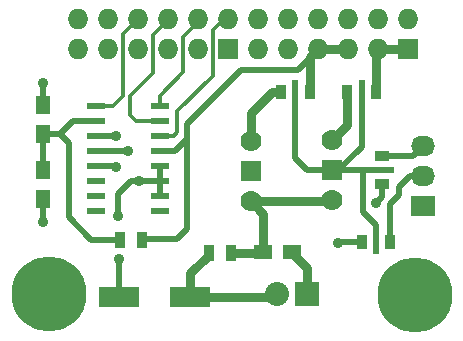
<source format=gtl>
%FSLAX46Y46*%
G04 Gerber Fmt 4.6, Leading zero omitted, Abs format (unit mm)*
G04 Created by KiCad (PCBNEW (2014-10-27 BZR 5228)-product) date 02/04/2015 10:02:40*
%MOMM*%
G01*
G04 APERTURE LIST*
%ADD10C,0.100000*%
%ADD11R,3.500120X1.800860*%
%ADD12R,0.889000X1.397000*%
%ADD13R,1.250000X1.500000*%
%ADD14R,1.500000X1.250000*%
%ADD15R,1.249680X0.899160*%
%ADD16R,1.998980X0.500380*%
%ADD17R,0.899160X1.249680*%
%ADD18R,0.500380X1.998980*%
%ADD19R,2.032000X2.032000*%
%ADD20O,2.032000X2.032000*%
%ADD21R,2.032000X1.727200*%
%ADD22O,2.032000X1.727200*%
%ADD23R,1.500000X0.600000*%
%ADD24R,1.727200X1.727200*%
%ADD25O,1.727200X1.727200*%
%ADD26C,1.778000*%
%ADD27R,1.778000X1.778000*%
%ADD28C,6.350000*%
%ADD29C,0.889000*%
%ADD30C,0.780000*%
%ADD31C,0.350000*%
%ADD32C,0.500000*%
G04 APERTURE END LIST*
D10*
D11*
X134500260Y-125800000D03*
X140499740Y-125800000D03*
D12*
X142047500Y-122100000D03*
X143952500Y-122100000D03*
X136452500Y-121000000D03*
X134547500Y-121000000D03*
D13*
X128000000Y-115050000D03*
X128000000Y-117550000D03*
X128000000Y-112050000D03*
X128000000Y-109550000D03*
D14*
X146650000Y-122000000D03*
X149150000Y-122000000D03*
D15*
X156700000Y-116298880D03*
X156700000Y-113901120D03*
D16*
X156700000Y-115100000D03*
D17*
X148201120Y-108500000D03*
X150598880Y-108500000D03*
D18*
X149400000Y-108500000D03*
D17*
X155001120Y-121200000D03*
X157398880Y-121200000D03*
D18*
X156200000Y-121200000D03*
D17*
X153801120Y-108500000D03*
X156198880Y-108500000D03*
D18*
X155000000Y-108500000D03*
D19*
X150400000Y-125600000D03*
D20*
X147860000Y-125600000D03*
D21*
X160200000Y-118100000D03*
D22*
X160200000Y-115560000D03*
X160200000Y-113020000D03*
D23*
X132500000Y-109655000D03*
X132500000Y-110925000D03*
X132500000Y-112195000D03*
X132500000Y-113465000D03*
X132500000Y-114735000D03*
X132500000Y-116005000D03*
X132500000Y-117275000D03*
X132500000Y-118545000D03*
X137900000Y-118545000D03*
X137900000Y-117275000D03*
X137900000Y-116005000D03*
X137900000Y-114735000D03*
X137900000Y-113465000D03*
X137900000Y-112195000D03*
X137900000Y-110925000D03*
X137900000Y-109655000D03*
D24*
X143700000Y-104800000D03*
D25*
X143700000Y-102260000D03*
X141160000Y-104800000D03*
X141160000Y-102260000D03*
X138620000Y-104800000D03*
X138620000Y-102260000D03*
X136080000Y-104800000D03*
X136080000Y-102260000D03*
X133540000Y-104800000D03*
X133540000Y-102260000D03*
X131000000Y-104800000D03*
X131000000Y-102260000D03*
D24*
X158900000Y-104800000D03*
D25*
X158900000Y-102260000D03*
X156360000Y-104800000D03*
X156360000Y-102260000D03*
X153820000Y-104800000D03*
X153820000Y-102260000D03*
X151280000Y-104800000D03*
X151280000Y-102260000D03*
X148740000Y-104800000D03*
X148740000Y-102260000D03*
X146200000Y-104800000D03*
X146200000Y-102260000D03*
D26*
X152500000Y-117640000D03*
D27*
X152500000Y-115100000D03*
D26*
X152500000Y-112560000D03*
X145600000Y-117740000D03*
D27*
X145600000Y-115200000D03*
D26*
X145600000Y-112660000D03*
D28*
X159500000Y-125700000D03*
X128500000Y-125600000D03*
D29*
X134500000Y-122600000D03*
X134200000Y-112200000D03*
X128000000Y-119500000D03*
X128000000Y-107700000D03*
X134400000Y-119000000D03*
X136200000Y-116000000D03*
X135200000Y-113500000D03*
X156200000Y-117900000D03*
X153000000Y-121300000D03*
X134200000Y-114800000D03*
D30*
X140499740Y-123800260D02*
X140499740Y-125800000D01*
X142047500Y-122252500D02*
X140499740Y-123800260D01*
D31*
X142047500Y-122100000D02*
X142047500Y-122252500D01*
X147660000Y-125800000D02*
X147860000Y-125600000D01*
D30*
X140499740Y-125800000D02*
X147660000Y-125800000D01*
D32*
X154900000Y-115100000D02*
X152500000Y-115100000D01*
X155100000Y-115100000D02*
X154900000Y-115100000D01*
X156700000Y-115100000D02*
X155100000Y-115100000D01*
X149400000Y-114100000D02*
X149400000Y-108500000D01*
X150400000Y-115100000D02*
X149400000Y-114100000D01*
X152500000Y-115100000D02*
X150400000Y-115100000D01*
X155000000Y-113100000D02*
X155000000Y-108500000D01*
X153000000Y-115100000D02*
X155000000Y-113100000D01*
D31*
X152500000Y-115100000D02*
X153000000Y-115100000D01*
D30*
X150400000Y-123400000D02*
X150400000Y-125600000D01*
X149150000Y-122150000D02*
X150400000Y-123400000D01*
D31*
X149150000Y-122000000D02*
X149150000Y-122150000D01*
D32*
X134500260Y-122600260D02*
X134500000Y-122600000D01*
X134500260Y-125800000D02*
X134500260Y-122600260D01*
X134195000Y-112195000D02*
X134200000Y-112200000D01*
X132500000Y-112195000D02*
X134195000Y-112195000D01*
X137900000Y-114735000D02*
X137900000Y-116005000D01*
X137900000Y-116005000D02*
X137900000Y-117275000D01*
X128000000Y-117550000D02*
X128000000Y-119500000D01*
X128000000Y-109550000D02*
X128000000Y-107700000D01*
D31*
X156300000Y-121100000D02*
X156200000Y-121200000D01*
X155100000Y-115200000D02*
X155100000Y-115100000D01*
X155100000Y-115100000D02*
X155100000Y-115200000D01*
D32*
X155100000Y-118600000D02*
X155100000Y-115100000D01*
X156200000Y-119700000D02*
X155100000Y-118600000D01*
X156200000Y-121200000D02*
X156200000Y-119700000D01*
X135500000Y-116000000D02*
X134400000Y-117100000D01*
X134400000Y-117100000D02*
X134400000Y-119000000D01*
X137900000Y-116005000D02*
X136205000Y-116005000D01*
X136205000Y-116005000D02*
X136200000Y-116000000D01*
X136200000Y-116000000D02*
X135500000Y-116000000D01*
X135165000Y-113465000D02*
X132500000Y-113465000D01*
X135200000Y-113500000D02*
X135165000Y-113465000D01*
X156700000Y-117400000D02*
X156200000Y-117900000D01*
X156700000Y-116298880D02*
X156700000Y-117400000D01*
D31*
X152400000Y-112660000D02*
X152500000Y-112560000D01*
D30*
X153801120Y-111258880D02*
X152500000Y-112560000D01*
X153801120Y-108500000D02*
X153801120Y-111258880D01*
D32*
X153100000Y-121200000D02*
X155001120Y-121200000D01*
X153000000Y-121300000D02*
X153100000Y-121200000D01*
X134135000Y-114735000D02*
X134200000Y-114800000D01*
X132500000Y-114735000D02*
X134135000Y-114735000D01*
D30*
X156360000Y-104800000D02*
X158900000Y-104800000D01*
D31*
X156198880Y-104961120D02*
X156360000Y-104800000D01*
D30*
X156198880Y-108500000D02*
X156198880Y-104961120D01*
X147400000Y-108500000D02*
X148201120Y-108500000D01*
X145600000Y-110300000D02*
X147400000Y-108500000D01*
X145600000Y-112660000D02*
X145600000Y-110300000D01*
X151280000Y-104800000D02*
X153820000Y-104800000D01*
X150598880Y-105481120D02*
X151280000Y-104800000D01*
X150598880Y-108500000D02*
X150598880Y-105481120D01*
D32*
X140200000Y-112500000D02*
X139235000Y-113465000D01*
X139235000Y-113465000D02*
X137900000Y-113465000D01*
X140200000Y-111200000D02*
X140200000Y-112500000D01*
X144800000Y-106600000D02*
X140200000Y-111200000D01*
X149600000Y-106600000D02*
X144800000Y-106600000D01*
X151280000Y-104920000D02*
X149600000Y-106600000D01*
D31*
X151280000Y-104800000D02*
X151280000Y-104920000D01*
X136552500Y-120900000D02*
X136452500Y-121000000D01*
D32*
X139400000Y-120900000D02*
X136552500Y-120900000D01*
X140200000Y-120100000D02*
X139400000Y-120900000D01*
X140200000Y-112500000D02*
X140200000Y-120100000D01*
D30*
X146650000Y-118790000D02*
X145600000Y-117740000D01*
X146650000Y-122000000D02*
X146650000Y-118790000D01*
D31*
X152400000Y-117740000D02*
X152500000Y-117640000D01*
D30*
X145600000Y-117740000D02*
X152400000Y-117740000D01*
D31*
X146550000Y-122100000D02*
X146650000Y-122000000D01*
D30*
X143952500Y-122100000D02*
X146550000Y-122100000D01*
D32*
X129450000Y-112050000D02*
X128000000Y-112050000D01*
X130600000Y-110925000D02*
X130575000Y-110925000D01*
X130575000Y-110925000D02*
X129450000Y-112050000D01*
X132500000Y-110925000D02*
X130600000Y-110925000D01*
X128000000Y-112050000D02*
X128000000Y-115050000D01*
X130200000Y-112800000D02*
X129450000Y-112050000D01*
X130200000Y-119100000D02*
X130200000Y-112800000D01*
X132100000Y-121000000D02*
X130200000Y-119100000D01*
X134547500Y-121000000D02*
X132100000Y-121000000D01*
X159318880Y-113901120D02*
X160200000Y-113020000D01*
X156700000Y-113901120D02*
X159318880Y-113901120D01*
X159140000Y-115560000D02*
X160200000Y-115560000D01*
X158200000Y-116500000D02*
X159140000Y-115560000D01*
X158200000Y-117200000D02*
X158200000Y-116500000D01*
X157398880Y-118001120D02*
X158200000Y-117200000D01*
X157398880Y-121200000D02*
X157398880Y-118001120D01*
D31*
X143700000Y-102260000D02*
X143340000Y-102260000D01*
X143340000Y-102260000D02*
X142400000Y-103200000D01*
X142400000Y-103200000D02*
X142400000Y-107100000D01*
X139105000Y-112195000D02*
X139400000Y-111900000D01*
X139400000Y-111900000D02*
X139400000Y-110100000D01*
X139400000Y-110100000D02*
X142400000Y-107100000D01*
X137900000Y-112195000D02*
X139105000Y-112195000D01*
X137900000Y-109655000D02*
X137900000Y-108800000D01*
X137900000Y-108800000D02*
X139900000Y-106800000D01*
X139900000Y-103800000D02*
X139900000Y-106800000D01*
X139900000Y-103800000D02*
X141160000Y-102540000D01*
X141160000Y-102260000D02*
X141160000Y-102540000D01*
X138620000Y-102260000D02*
X138620000Y-102380000D01*
X138620000Y-102380000D02*
X137350000Y-103650000D01*
X137350000Y-103650000D02*
X137350000Y-106850000D01*
X137350000Y-106850000D02*
X137350000Y-106900000D01*
X137350000Y-106900000D02*
X137350000Y-106850000D01*
X135925000Y-110925000D02*
X135400000Y-110400000D01*
X135400000Y-110400000D02*
X135400000Y-108800000D01*
X135400000Y-108800000D02*
X137350000Y-106850000D01*
X137900000Y-110925000D02*
X135925000Y-110925000D01*
X132500000Y-109655000D02*
X133995000Y-109655000D01*
X134800000Y-108850000D02*
X134800000Y-106250000D01*
X133995000Y-109655000D02*
X134800000Y-108850000D01*
X136080000Y-102260000D02*
X136080000Y-102270000D01*
X136080000Y-102270000D02*
X134800000Y-103550000D01*
X134800000Y-103550000D02*
X134800000Y-106250000D01*
X132600000Y-109555000D02*
X132500000Y-109655000D01*
X133880000Y-102260000D02*
X133880000Y-102320000D01*
M02*

</source>
